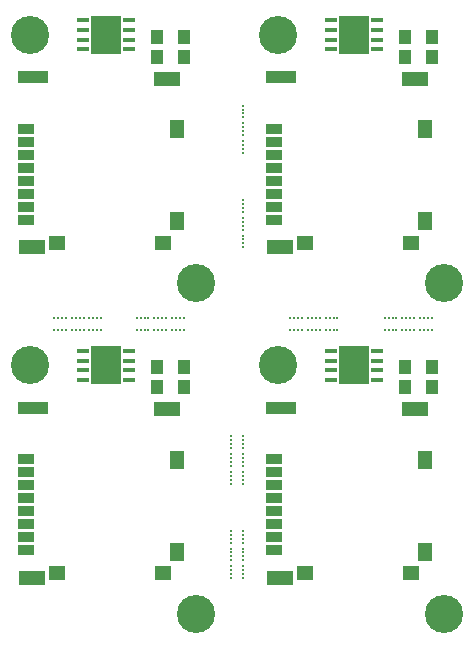
<source format=gbr>
G04 EAGLE Gerber RS-274X export*
G75*
%MOMM*%
%FSLAX34Y34*%
%LPD*%
%INSoldermask Bottom*%
%IPPOS*%
%AMOC8*
5,1,8,0,0,1.08239X$1,22.5*%
G01*
%ADD10C,3.227000*%
%ADD11C,0.327000*%
%ADD12R,1.127000X1.227000*%
%ADD13R,1.367000X0.927000*%
%ADD14R,2.627000X1.077000*%
%ADD15R,2.327000X1.277000*%
%ADD16R,1.377000X1.287000*%
%ADD17R,1.327000X1.287000*%
%ADD18R,1.277000X1.627000*%
%ADD19R,0.990600X0.381000*%
%ADD20R,2.514600X3.225800*%


D10*
X30000Y240000D03*
X170000Y30000D03*
X30000Y520000D03*
X170000Y310000D03*
X240000Y520000D03*
X380000Y310000D03*
X240000Y240000D03*
X380000Y30000D03*
D11*
X60000Y270000D03*
X50000Y270000D03*
X56700Y270000D03*
X53400Y270000D03*
X90000Y270000D03*
X80000Y270000D03*
X86700Y270000D03*
X83400Y270000D03*
X75000Y270000D03*
X65000Y270000D03*
X71700Y270000D03*
X68400Y270000D03*
X130000Y270000D03*
X120000Y270000D03*
X126700Y270000D03*
X123400Y270000D03*
X160000Y270000D03*
X150000Y270000D03*
X156700Y270000D03*
X153400Y270000D03*
X145000Y270000D03*
X135000Y270000D03*
X141700Y270000D03*
X138400Y270000D03*
X260000Y280000D03*
X250000Y280000D03*
X256700Y280000D03*
X253400Y280000D03*
X260000Y270000D03*
X250000Y270000D03*
X256700Y270000D03*
X253400Y270000D03*
X290000Y280000D03*
X280000Y280000D03*
X286700Y280000D03*
X283400Y280000D03*
X290000Y270000D03*
X280000Y270000D03*
X286700Y270000D03*
X283400Y270000D03*
X275000Y280000D03*
X265000Y280000D03*
X271700Y280000D03*
X268400Y280000D03*
X275000Y270000D03*
X265000Y270000D03*
X271700Y270000D03*
X268400Y270000D03*
X340000Y280000D03*
X330000Y280000D03*
X336700Y280000D03*
X333400Y280000D03*
X340000Y270000D03*
X330000Y270000D03*
X336700Y270000D03*
X333400Y270000D03*
X370000Y280000D03*
X360000Y280000D03*
X366700Y280000D03*
X363400Y280000D03*
X370000Y270000D03*
X360000Y270000D03*
X366700Y270000D03*
X363400Y270000D03*
X355000Y280000D03*
X345000Y280000D03*
X351700Y280000D03*
X348400Y280000D03*
X355000Y270000D03*
X345000Y270000D03*
X351700Y270000D03*
X348400Y270000D03*
X210000Y350000D03*
X210000Y340000D03*
X210000Y346700D03*
X210000Y343400D03*
X210000Y380000D03*
X210000Y370000D03*
X210000Y376700D03*
X210000Y373400D03*
X210000Y365000D03*
X210000Y355000D03*
X210000Y361700D03*
X210000Y358400D03*
X210000Y430000D03*
X210000Y420000D03*
X210000Y426700D03*
X210000Y423400D03*
X210000Y460000D03*
X210000Y450000D03*
X210000Y456700D03*
X210000Y453400D03*
X210000Y445000D03*
X210000Y435000D03*
X210000Y441700D03*
X210000Y438400D03*
X200000Y70000D03*
X200000Y60000D03*
X200000Y66700D03*
X200000Y63400D03*
X210000Y70000D03*
X210000Y60000D03*
X210000Y66700D03*
X210000Y63400D03*
X200000Y100000D03*
X200000Y90000D03*
X200000Y96700D03*
X200000Y93400D03*
X210000Y100000D03*
X210000Y90000D03*
X210000Y96700D03*
X210000Y93400D03*
X200000Y85000D03*
X200000Y75000D03*
X200000Y81700D03*
X200000Y78400D03*
X210000Y85000D03*
X210000Y75000D03*
X210000Y81700D03*
X210000Y78400D03*
X200000Y150000D03*
X200000Y140000D03*
X200000Y146700D03*
X200000Y143400D03*
X210000Y150000D03*
X210000Y140000D03*
X210000Y146700D03*
X210000Y143400D03*
X200000Y180000D03*
X200000Y170000D03*
X200000Y176700D03*
X200000Y173400D03*
X210000Y180000D03*
X210000Y170000D03*
X210000Y176700D03*
X210000Y173400D03*
X200000Y165000D03*
X200000Y155000D03*
X200000Y161700D03*
X200000Y158400D03*
X210000Y165000D03*
X210000Y155000D03*
X210000Y161700D03*
X210000Y158400D03*
X60000Y280000D03*
X50000Y280000D03*
X56700Y280000D03*
X53400Y280000D03*
X90000Y280000D03*
X80000Y280000D03*
X86700Y280000D03*
X83400Y280000D03*
X75000Y280000D03*
X65000Y280000D03*
X71700Y280000D03*
X68400Y280000D03*
X130000Y280000D03*
X120000Y280000D03*
X126700Y280000D03*
X123400Y280000D03*
X160000Y280000D03*
X150000Y280000D03*
X156700Y280000D03*
X153400Y280000D03*
X145000Y280000D03*
X135000Y280000D03*
X141700Y280000D03*
X138400Y280000D03*
D12*
X137000Y221500D03*
X137000Y238500D03*
D13*
X26250Y160400D03*
X26250Y149400D03*
X26250Y138400D03*
X26250Y127400D03*
X26250Y116400D03*
X26250Y105400D03*
X26250Y94400D03*
X26250Y83400D03*
D14*
X32550Y203850D03*
D15*
X31050Y59950D03*
D16*
X52550Y64000D03*
D17*
X142550Y64000D03*
D15*
X145850Y202850D03*
D18*
X153800Y159800D03*
X153800Y82000D03*
D12*
X160000Y221500D03*
X160000Y238500D03*
D19*
X74315Y227808D03*
X74315Y235936D03*
X74315Y244064D03*
X74315Y252192D03*
X113685Y252192D03*
X113685Y244064D03*
X113685Y235936D03*
X113685Y227808D03*
D20*
X94000Y240000D03*
D12*
X137000Y501500D03*
X137000Y518500D03*
D13*
X26250Y440400D03*
X26250Y429400D03*
X26250Y418400D03*
X26250Y407400D03*
X26250Y396400D03*
X26250Y385400D03*
X26250Y374400D03*
X26250Y363400D03*
D14*
X32550Y483850D03*
D15*
X31050Y339950D03*
D16*
X52550Y344000D03*
D17*
X142550Y344000D03*
D15*
X145850Y482850D03*
D18*
X153800Y439800D03*
X153800Y362000D03*
D12*
X160000Y501500D03*
X160000Y518500D03*
D19*
X74315Y507808D03*
X74315Y515936D03*
X74315Y524064D03*
X74315Y532192D03*
X113685Y532192D03*
X113685Y524064D03*
X113685Y515936D03*
X113685Y507808D03*
D20*
X94000Y520000D03*
D12*
X347000Y501500D03*
X347000Y518500D03*
D13*
X236250Y440400D03*
X236250Y429400D03*
X236250Y418400D03*
X236250Y407400D03*
X236250Y396400D03*
X236250Y385400D03*
X236250Y374400D03*
X236250Y363400D03*
D14*
X242550Y483850D03*
D15*
X241050Y339950D03*
D16*
X262550Y344000D03*
D17*
X352550Y344000D03*
D15*
X355850Y482850D03*
D18*
X363800Y439800D03*
X363800Y362000D03*
D12*
X370000Y501500D03*
X370000Y518500D03*
D19*
X284315Y507808D03*
X284315Y515936D03*
X284315Y524064D03*
X284315Y532192D03*
X323685Y532192D03*
X323685Y524064D03*
X323685Y515936D03*
X323685Y507808D03*
D20*
X304000Y520000D03*
D12*
X347000Y221500D03*
X347000Y238500D03*
D13*
X236250Y160400D03*
X236250Y149400D03*
X236250Y138400D03*
X236250Y127400D03*
X236250Y116400D03*
X236250Y105400D03*
X236250Y94400D03*
X236250Y83400D03*
D14*
X242550Y203850D03*
D15*
X241050Y59950D03*
D16*
X262550Y64000D03*
D17*
X352550Y64000D03*
D15*
X355850Y202850D03*
D18*
X363800Y159800D03*
X363800Y82000D03*
D12*
X370000Y221500D03*
X370000Y238500D03*
D19*
X284315Y227808D03*
X284315Y235936D03*
X284315Y244064D03*
X284315Y252192D03*
X323685Y252192D03*
X323685Y244064D03*
X323685Y235936D03*
X323685Y227808D03*
D20*
X304000Y240000D03*
M02*

</source>
